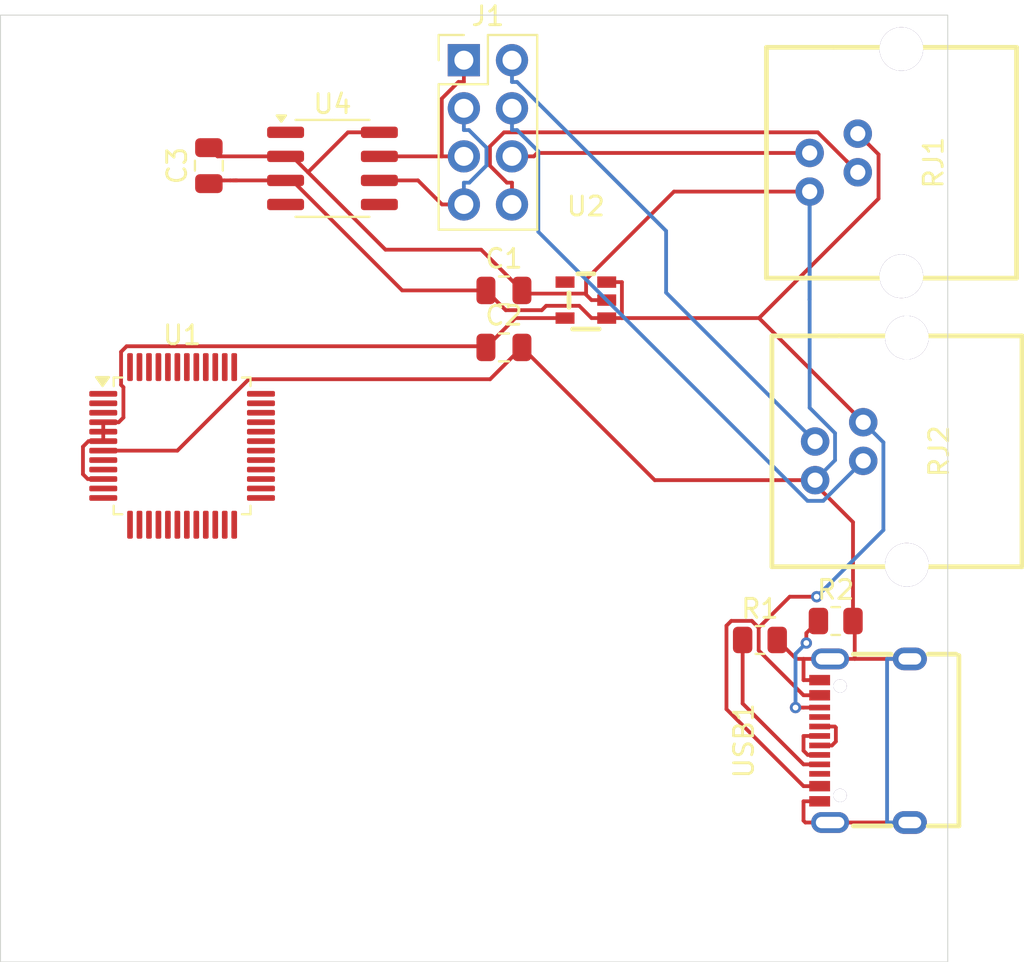
<source format=kicad_pcb>
(kicad_pcb (version 20240108) (generator "pcbnew") (generator_version "8.0")
  (layers (0 "F.Cu" signal) (31 "B.Cu" signal) (34 "B.Paste" user) (35 "F.Paste" user) (36 "B.SilkS" user "B.Silkscreen") (37 "F.SilkS" user "F.Silkscreen") (38 "B.Mask" user) (39 "F.Mask" user) (44 "Edge.Cuts" user))
  (net 0 "")
  (net 44 "+5V")
  (net 45 "GND")
  (net 46 "+3V3")
  (net 49 "/CAN_L")
  (net 50 "/CAN_H")
  (net 53 "/BUS.1B")
  (net 54 "/BUS.1A")
  (net 55 "/BUS.2B")
  (net 56 "/BUS.2A")
  (net 57 "Net-(USB1-CC1)")
  (net 58 "Net-(USB1-CC2)")
  (net 59 "/d-")
  (net 62 "/d+")
  (footprint "Resistor_SMD:R_0805_2012Metric" (layer "F.Cu") (at 179.0875 77)
    (property "Reference" "R2" (at 0 -1.65 0) (layer "F.SilkS"))
    (property "Value" "5k1")
    (fp_line (start -0.227064 -0.735) (end 0.227064 -0.735) (stroke (width 0.12)) (layer "F.SilkS"))
    (fp_line (start -0.227064 0.735) (end 0.227064 0.735) (stroke (width 0.12)) (layer "F.SilkS"))
    (pad "1" smd roundrect (at -0.9125 0) (size 1.025 1.4) (layers "F.Cu" "F.Paste" "F.Mask") (roundrect_rratio 0.243902) (net 58 "Net-(USB1-CC2)"))
    (pad "2" smd roundrect (at 0.9125 0) (size 1.025 1.4) (layers "F.Cu" "F.Paste" "F.Mask") (roundrect_rratio 0.243902) (net 45 "GND"))
  )
  (footprint "Resistor_SMD:R_0805_2012Metric" (layer "F.Cu") (at 175.0875 78)
    (property "Reference" "R1" (at 0 -1.65 0) (layer "F.SilkS"))
    (property "Value" "5k1")
    (fp_line (start -0.227064 -0.735) (end 0.227064 -0.735) (stroke (width 0.12)) (layer "F.SilkS"))
    (fp_line (start -0.227064 0.735) (end 0.227064 0.735) (stroke (width 0.12)) (layer "F.SilkS"))
    (pad "1" smd roundrect (at -0.9125 0) (size 1.025 1.4) (layers "F.Cu" "F.Paste" "F.Mask") (roundrect_rratio 0.243902) (net 57 "Net-(USB1-CC1)"))
    (pad "2" smd roundrect (at 0.9125 0) (size 1.025 1.4) (layers "F.Cu" "F.Paste" "F.Mask") (roundrect_rratio 0.243902) (net 45 "GND"))
  )
  (footprint "Connector_PinHeader_2.54mm:PinHeader_2x04_P2.54mm_Vertical" (layer "F.Cu") (at 159.46 47.38)
    (property "Reference" "J1" (at 1.27 -2.33 0) (layer "F.SilkS"))
    (property "Value" "Conn_02x04_Odd_Even")
    (fp_line (start -1.33 -1.33) (end 0 -1.33) (stroke (width 0.12)) (layer "F.SilkS"))
    (fp_line (start -1.33 0) (end -1.33 -1.33) (stroke (width 0.12)) (layer "F.SilkS"))
    (fp_line (start -1.33 1.27) (end -1.33 8.95) (stroke (width 0.12)) (layer "F.SilkS"))
    (fp_line (start -1.33 1.27) (end 1.27 1.27) (stroke (width 0.12)) (layer "F.SilkS"))
    (fp_line (start -1.33 8.95) (end 3.87 8.95) (stroke (width 0.12)) (layer "F.SilkS"))
    (fp_line (start 1.27 -1.33) (end 3.87 -1.33) (stroke (width 0.12)) (layer "F.SilkS"))
    (fp_line (start 1.27 1.27) (end 1.27 -1.33) (stroke (width 0.12)) (layer "F.SilkS"))
    (fp_line (start 3.87 -1.33) (end 3.87 8.95) (stroke (width 0.12)) (layer "F.SilkS"))
    (pad "1" thru_hole rect (at 0 0) (size 1.7 1.7) (drill 1) (layers "*.Cu" "*.Mask") (net 50 "/CAN_H"))
    (pad "2" thru_hole oval (at 2.54 0) (size 1.7 1.7) (drill 1) (layers "*.Cu" "*.Mask") (net 54 "/BUS.1A"))
    (pad "3" thru_hole oval (at 0 2.54) (size 1.7 1.7) (drill 1) (layers "*.Cu" "*.Mask") (net 49 "/CAN_L"))
    (pad "4" thru_hole oval (at 2.54 2.54) (size 1.7 1.7) (drill 1) (layers "*.Cu" "*.Mask") (net 53 "/BUS.1B"))
    (pad "5" thru_hole oval (at 0 5.08) (size 1.7 1.7) (drill 1) (layers "*.Cu" "*.Mask") (net 50 "/CAN_H"))
    (pad "6" thru_hole oval (at 2.54 5.08) (size 1.7 1.7) (drill 1) (layers "*.Cu" "*.Mask") (net 56 "/BUS.2A"))
    (pad "7" thru_hole oval (at 0 7.62) (size 1.7 1.7) (drill 1) (layers "*.Cu" "*.Mask") (net 49 "/CAN_L"))
    (pad "8" thru_hole oval (at 2.54 7.62) (size 1.7 1.7) (drill 1) (layers "*.Cu" "*.Mask") (net 55 "/BUS.2B"))
  )
  (footprint "Package_QFP:LQFP-48_7x7mm_P0.5mm" (layer "F.Cu") (at 144.5875 67.75)
    (property "Reference" "U1" (at 0 -5.85 0) (layer "F.SilkS"))
    (property "Value" "STM32G0B0CETx")
    (fp_line (start -3.61 -3.61) (end -3.61 -3.16) (stroke (width 0.12)) (layer "F.SilkS"))
    (fp_line (start -3.61 3.61) (end -3.61 3.16) (stroke (width 0.12)) (layer "F.SilkS"))
    (fp_line (start -3.16 -3.61) (end -3.61 -3.61) (stroke (width 0.12)) (layer "F.SilkS"))
    (fp_line (start -3.16 3.61) (end -3.61 3.61) (stroke (width 0.12)) (layer "F.SilkS"))
    (fp_line (start 3.16 -3.61) (end 3.61 -3.61) (stroke (width 0.12)) (layer "F.SilkS"))
    (fp_line (start 3.16 3.61) (end 3.61 3.61) (stroke (width 0.12)) (layer "F.SilkS"))
    (fp_line (start 3.61 -3.61) (end 3.61 -3.16) (stroke (width 0.12)) (layer "F.SilkS"))
    (fp_line (start 3.61 3.61) (end 3.61 3.16) (stroke (width 0.12)) (layer "F.SilkS"))
    (fp_poly (pts (xy -4.2 -3.16) (xy -4.54 -3.63) (xy -3.86 -3.63) (xy -4.2 -3.16)) (stroke (width 0.12)) (fill solid) (layer "F.SilkS"))
    (pad "1" smd roundrect (at -4.1625 -2.75) (size 1.475 0.3) (layers "F.Cu" "F.Paste" "F.Mask"))
    (pad "2" smd roundrect (at -4.1625 -2.25) (size 1.475 0.3) (layers "F.Cu" "F.Paste" "F.Mask"))
    (pad "3" smd roundrect (at -4.1625 -1.75) (size 1.475 0.3) (layers "F.Cu" "F.Paste" "F.Mask"))
    (pad "4" smd roundrect (at -4.1625 -1.25) (size 1.475 0.3) (layers "F.Cu" "F.Paste" "F.Mask") (net 46 "+3V3"))
    (pad "5" smd roundrect (at -4.1625 -0.75) (size 1.475 0.3) (layers "F.Cu" "F.Paste" "F.Mask") (net 46 "+3V3"))
    (pad "6" smd roundrect (at -4.1625 -0.25) (size 1.475 0.3) (layers "F.Cu" "F.Paste" "F.Mask") (net 46 "+3V3"))
    (pad "7" smd roundrect (at -4.1625 0.25) (size 1.475 0.3) (layers "F.Cu" "F.Paste" "F.Mask") (net 45 "GND"))
    (pad "8" smd roundrect (at -4.1625 0.75) (size 1.475 0.3) (layers "F.Cu" "F.Paste" "F.Mask"))
    (pad "9" smd roundrect (at -4.1625 1.25) (size 1.475 0.3) (layers "F.Cu" "F.Paste" "F.Mask"))
    (pad "10" smd roundrect (at -4.1625 1.75) (size 1.475 0.3) (layers "F.Cu" "F.Paste" "F.Mask") (net 46 "+3V3"))
    (pad "11" smd roundrect (at -4.1625 2.25) (size 1.475 0.3) (layers "F.Cu" "F.Paste" "F.Mask"))
    (pad "12" smd roundrect (at -4.1625 2.75) (size 1.475 0.3) (layers "F.Cu" "F.Paste" "F.Mask"))
    (pad "13" smd roundrect (at -2.75 4.1625) (size 0.3 1.475) (layers "F.Cu" "F.Paste" "F.Mask"))
    (pad "14" smd roundrect (at -2.25 4.1625) (size 0.3 1.475) (layers "F.Cu" "F.Paste" "F.Mask"))
    (pad "15" smd roundrect (at -1.75 4.1625) (size 0.3 1.475) (layers "F.Cu" "F.Paste" "F.Mask"))
    (pad "16" smd roundrect (at -1.25 4.1625) (size 0.3 1.475) (layers "F.Cu" "F.Paste" "F.Mask"))
    (pad "17" smd roundrect (at -0.75 4.1625) (size 0.3 1.475) (layers "F.Cu" "F.Paste" "F.Mask"))
    (pad "18" smd roundrect (at -0.25 4.1625) (size 0.3 1.475) (layers "F.Cu" "F.Paste" "F.Mask"))
    (pad "19" smd roundrect (at 0.25 4.1625) (size 0.3 1.475) (layers "F.Cu" "F.Paste" "F.Mask"))
    (pad "20" smd roundrect (at 0.75 4.1625) (size 0.3 1.475) (layers "F.Cu" "F.Paste" "F.Mask"))
    (pad "21" smd roundrect (at 1.25 4.1625) (size 0.3 1.475) (layers "F.Cu" "F.Paste" "F.Mask"))
    (pad "22" smd roundrect (at 1.75 4.1625) (size 0.3 1.475) (layers "F.Cu" "F.Paste" "F.Mask"))
    (pad "23" smd roundrect (at 2.25 4.1625) (size 0.3 1.475) (layers "F.Cu" "F.Paste" "F.Mask"))
    (pad "24" smd roundrect (at 2.75 4.1625) (size 0.3 1.475) (layers "F.Cu" "F.Paste" "F.Mask"))
    (pad "25" smd roundrect (at 4.1625 2.75) (size 1.475 0.3) (layers "F.Cu" "F.Paste" "F.Mask"))
    (pad "26" smd roundrect (at 4.1625 2.25) (size 1.475 0.3) (layers "F.Cu" "F.Paste" "F.Mask"))
    (pad "27" smd roundrect (at 4.1625 1.75) (size 1.475 0.3) (layers "F.Cu" "F.Paste" "F.Mask"))
    (pad "28" smd roundrect (at 4.1625 1.25) (size 1.475 0.3) (layers "F.Cu" "F.Paste" "F.Mask"))
    (pad "29" smd roundrect (at 4.1625 0.75) (size 1.475 0.3) (layers "F.Cu" "F.Paste" "F.Mask"))
    (pad "30" smd roundrect (at 4.1625 0.25) (size 1.475 0.3) (layers "F.Cu" "F.Paste" "F.Mask"))
    (pad "31" smd roundrect (at 4.1625 -0.25) (size 1.475 0.3) (layers "F.Cu" "F.Paste" "F.Mask"))
    (pad "32" smd roundrect (at 4.1625 -0.75) (size 1.475 0.3) (layers "F.Cu" "F.Paste" "F.Mask"))
    (pad "33" smd roundrect (at 4.1625 -1.25) (size 1.475 0.3) (layers "F.Cu" "F.Paste" "F.Mask"))
    (pad "34" smd roundrect (at 4.1625 -1.75) (size 1.475 0.3) (layers "F.Cu" "F.Paste" "F.Mask"))
    (pad "35" smd roundrect (at 4.1625 -2.25) (size 1.475 0.3) (layers "F.Cu" "F.Paste" "F.Mask"))
    (pad "36" smd roundrect (at 4.1625 -2.75) (size 1.475 0.3) (layers "F.Cu" "F.Paste" "F.Mask"))
    (pad "37" smd roundrect (at 2.75 -4.1625) (size 0.3 1.475) (layers "F.Cu" "F.Paste" "F.Mask"))
    (pad "38" smd roundrect (at 2.25 -4.1625) (size 0.3 1.475) (layers "F.Cu" "F.Paste" "F.Mask"))
    (pad "39" smd roundrect (at 1.75 -4.1625) (size 0.3 1.475) (layers "F.Cu" "F.Paste" "F.Mask"))
    (pad "40" smd roundrect (at 1.25 -4.1625) (size 0.3 1.475) (layers "F.Cu" "F.Paste" "F.Mask"))
    (pad "41" smd roundrect (at 0.75 -4.1625) (size 0.3 1.475) (layers "F.Cu" "F.Paste" "F.Mask"))
    (pad "42" smd roundrect (at 0.25 -4.1625) (size 0.3 1.475) (layers "F.Cu" "F.Paste" "F.Mask"))
    (pad "43" smd roundrect (at -0.25 -4.1625) (size 0.3 1.475) (layers "F.Cu" "F.Paste" "F.Mask"))
    (pad "44" smd roundrect (at -0.75 -4.1625) (size 0.3 1.475) (layers "F.Cu" "F.Paste" "F.Mask"))
    (pad "45" smd roundrect (at -1.25 -4.1625) (size 0.3 1.475) (layers "F.Cu" "F.Paste" "F.Mask"))
    (pad "46" smd roundrect (at -1.75 -4.1625) (size 0.3 1.475) (layers "F.Cu" "F.Paste" "F.Mask"))
    (pad "47" smd roundrect (at -2.25 -4.1625) (size 0.3 1.475) (layers "F.Cu" "F.Paste" "F.Mask"))
    (pad "48" smd roundrect (at -2.75 -4.1625) (size 0.3 1.475) (layers "F.Cu" "F.Paste" "F.Mask"))
  )
  (footprint "Capacitor_SMD:C_0805_2012Metric" (layer "F.Cu") (at 161.575 59.54)
    (property "Reference" "C1" (at 0 -1.68 0) (layer "F.SilkS"))
    (property "Value" "1uF")
    (fp_line (start -0.261252 -0.735) (end 0.261252 -0.735) (stroke (width 0.12)) (layer "F.SilkS"))
    (fp_line (start -0.261252 0.735) (end 0.261252 0.735) (stroke (width 0.12)) (layer "F.SilkS"))
    (pad "1" smd roundrect (at -0.95 0) (size 1 1.45) (layers "F.Cu" "F.Paste" "F.Mask") (net 44 "+5V"))
    (pad "2" smd roundrect (at 0.95 0) (size 1 1.45) (layers "F.Cu" "F.Paste" "F.Mask") (net 45 "GND"))
  )
  (footprint "Capacitor_SMD:C_0805_2012Metric" (layer "F.Cu") (at 146 52.95 90)
    (property "Reference" "C3" (at 0 -1.68 90) (layer "F.SilkS"))
    (property "Value" "47uF")
    (fp_line (start -0.261252 -0.735) (end 0.261252 -0.735) (stroke (width 0.12)) (layer "F.SilkS"))
    (fp_line (start -0.261252 0.735) (end 0.261252 0.735) (stroke (width 0.12)) (layer "F.SilkS"))
    (pad "1" smd roundrect (at -0.95 0 90) (size 1 1.45) (layers "F.Cu" "F.Paste" "F.Mask") (net 44 "+5V"))
    (pad "2" smd roundrect (at 0.95 0 90) (size 1 1.45) (layers "F.Cu" "F.Paste" "F.Mask") (net 45 "GND"))
  )
  (footprint "lcsc:SOT-23-5_L2.9-W1.6-P0.95-LS2.8-BR" (layer "F.Cu") (at 165.9 60.05)
    (property "Reference" "U2" (at 0 -4.95 0) (layer "F.SilkS"))
    (property "Value" "WR0332-33A50R")
    (fp_line (start -0.89 0.38) (end -0.89 -0.38) (stroke (width 0.25)) (layer "F.SilkS"))
    (fp_line (start -0.7 1.53) (end 0.7 1.53) (stroke (width 0.25)) (layer "F.SilkS"))
    (fp_line (start -0.42 -1.39) (end 0.42 -1.39) (stroke (width 0.25)) (layer "F.SilkS"))
    (pad "1" smd rect (at 1.1 0.95 90) (size 0.6 1) (layers "F.Cu" "F.Paste" "F.Mask") (net 44 "+5V"))
    (pad "2" smd rect (at 1.1 0 90) (size 0.6 1) (layers "F.Cu" "F.Paste" "F.Mask") (net 45 "GND"))
    (pad "3" smd rect (at 1.1 -0.95 90) (size 0.6 1) (layers "F.Cu" "F.Paste" "F.Mask") (net 44 "+5V"))
    (pad "4" smd rect (at -1.1 -0.95 90) (size 0.6 1) (layers "F.Cu" "F.Paste" "F.Mask"))
    (pad "5" smd rect (at -1.1 0.95 90) (size 0.6 1) (layers "F.Cu" "F.Paste" "F.Mask") (net 46 "+3V3"))
  )
  (footprint "Capacitor_SMD:C_0805_2012Metric" (layer "F.Cu") (at 161.575 62.55)
    (property "Reference" "C2" (at 0 -1.68 0) (layer "F.SilkS"))
    (property "Value" "1uF")
    (fp_line (start -0.261252 -0.735) (end 0.261252 -0.735) (stroke (width 0.12)) (layer "F.SilkS"))
    (fp_line (start -0.261252 0.735) (end 0.261252 0.735) (stroke (width 0.12)) (layer "F.SilkS"))
    (pad "1" smd roundrect (at -0.95 0) (size 1 1.45) (layers "F.Cu" "F.Paste" "F.Mask") (net 46 "+3V3"))
    (pad "2" smd roundrect (at 0.95 0) (size 1 1.45) (layers "F.Cu" "F.Paste" "F.Mask") (net 45 "GND"))
  )
  (footprint "Package_SO:SOIC-8_3.9x4.9mm_P1.27mm" (layer "F.Cu") (at 152.525 53.095)
    (property "Reference" "U4" (at 0 -3.4 0) (layer "F.SilkS"))
    (property "Value" "TJA1051T")
    (fp_line (start 0 -2.56) (end -1.95 -2.56) (stroke (width 0.12)) (layer "F.SilkS"))
    (fp_line (start 0 -2.56) (end 1.95 -2.56) (stroke (width 0.12)) (layer "F.SilkS"))
    (fp_line (start 0 2.56) (end -1.95 2.56) (stroke (width 0.12)) (layer "F.SilkS"))
    (fp_line (start 0 2.56) (end 1.95 2.56) (stroke (width 0.12)) (layer "F.SilkS"))
    (fp_poly (pts (xy -2.7 -2.465) (xy -2.94 -2.795) (xy -2.46 -2.795) (xy -2.7 -2.465)) (stroke (width 0.12)) (fill solid) (layer "F.SilkS"))
    (pad "1" smd roundrect (at -2.475 -1.905) (size 1.95 0.6) (layers "F.Cu" "F.Paste" "F.Mask"))
    (pad "2" smd roundrect (at -2.475 -0.635) (size 1.95 0.6) (layers "F.Cu" "F.Paste" "F.Mask") (net 45 "GND"))
    (pad "3" smd roundrect (at -2.475 0.635) (size 1.95 0.6) (layers "F.Cu" "F.Paste" "F.Mask") (net 44 "+5V"))
    (pad "4" smd roundrect (at -2.475 1.905) (size 1.95 0.6) (layers "F.Cu" "F.Paste" "F.Mask"))
    (pad "5" smd roundrect (at 2.475 1.905) (size 1.95 0.6) (layers "F.Cu" "F.Paste" "F.Mask"))
    (pad "6" smd roundrect (at 2.475 0.635) (size 1.95 0.6) (layers "F.Cu" "F.Paste" "F.Mask") (net 49 "/CAN_L"))
    (pad "7" smd roundrect (at 2.475 -0.635) (size 1.95 0.6) (layers "F.Cu" "F.Paste" "F.Mask") (net 50 "/CAN_H"))
    (pad "8" smd roundrect (at 2.475 -1.905) (size 1.95 0.6) (layers "F.Cu" "F.Paste" "F.Mask") (net 45 "GND"))
  )
  (footprint "lcsc:USB-C-SMD_TYPE-C-6PIN-2MD-073" (layer "F.Cu") (at 180.62 83.32 90)
    (property "Reference" "USB1" (at 0 -6.38 90) (layer "F.SilkS"))
    (property "Value" "TYPE-C 16PIN 2MD(073)")
    (fp_line (start 4.57 1.39) (end 4.57 -0.6) (stroke (width 0.25)) (layer "F.SilkS"))
    (fp_line (start -4.5 1.39) (end -4.5 -0.6) (stroke (width 0.25)) (layer "F.SilkS"))
    (fp_line (start 4.57 4.82) (end 4.57 3.35) (stroke (width 0.25)) (layer "F.SilkS"))
    (fp_line (start 4.5 4.97) (end -4.5 4.97) (stroke (width 0.25)) (layer "F.SilkS"))
    (fp_line (start -4.5 4.97) (end -4.5 3.35) (stroke (width 0.25)) (layer "F.SilkS"))
    (pad "" thru_hole circle (at -2.89 -1.3 90) (size 0.7 0.7) (drill 0.7) (layers "*.Cu" "*.Mask"))
    (pad "" thru_hole circle (at 2.89 -1.3 90) (size 0.7 0.7) (drill 0.7) (layers "*.Cu" "*.Mask"))
    (pad "1" smd rect (at -3.2 -2.38 90) (size 0.55 1.1) (layers "F.Cu" "F.Paste" "F.Mask") (net 45 "GND"))
    (pad "2" smd rect (at -2.4 -2.38 90) (size 0.55 1.1) (layers "F.Cu" "F.Paste" "F.Mask") (net 44 "+5V"))
    (pad "3" smd rect (at -1.75 -2.38 90) (size 0.3 1.1) (layers "F.Cu" "F.Paste" "F.Mask"))
    (pad "4" smd rect (at -1.25 -2.38 90) (size 0.3 1.1) (layers "F.Cu" "F.Paste" "F.Mask") (net 57 "Net-(USB1-CC1)"))
    (pad "5" smd rect (at -0.75 -2.38 90) (size 0.3 1.1) (layers "F.Cu" "F.Paste" "F.Mask") (net 59 "/d-"))
    (pad "6" smd rect (at -0.25 -2.38 90) (size 0.3 1.1) (layers "F.Cu" "F.Paste" "F.Mask") (net 62 "/d+"))
    (pad "7" smd rect (at 0.25 -2.38 90) (size 0.3 1.1) (layers "F.Cu" "F.Paste" "F.Mask") (net 59 "/d-"))
    (pad "8" smd rect (at 0.75 -2.38 90) (size 0.3 1.1) (layers "F.Cu" "F.Paste" "F.Mask") (net 62 "/d+"))
    (pad "9" smd rect (at 1.25 -2.38 90) (size 0.3 1.1) (layers "F.Cu" "F.Paste" "F.Mask"))
    (pad "10" smd rect (at 1.75 -2.38 90) (size 0.3 1.1) (layers "F.Cu" "F.Paste" "F.Mask") (net 58 "Net-(USB1-CC2)"))
    (pad "11" smd rect (at 2.4 -2.38 90) (size 0.55 1.1) (layers "F.Cu" "F.Paste" "F.Mask") (net 44 "+5V"))
    (pad "12" smd rect (at 3.2 -2.38 90) (size 0.55 1.1) (layers "F.Cu" "F.Paste" "F.Mask") (net 45 "GND"))
    (pad "13" thru_hole oval (at -4.32 -1.83 90) (size 1.1 2) (drill oval 0.599999 1.499997) (layers "*.Cu" "*.Mask") (net 45 "GND"))
    (pad "13" thru_hole oval (at -4.32 2.38 90) (size 1.2 1.8) (drill oval 0.599999 1.199998) (layers "*.Cu" "*.Mask") (net 45 "GND"))
    (pad "14" thru_hole oval (at 4.32 -1.83 90) (size 1.1 2) (drill oval 0.599999 1.500022) (layers "*.Cu" "*.Mask") (net 45 "GND"))
    (pad "14" thru_hole oval (at 4.32 2.38 90) (size 1.2 1.8) (drill oval 0.599999 1.199998) (layers "*.Cu" "*.Mask") (net 45 "GND"))
  )
  (footprint "lcsc:RJ11-TH_PCB-6P4C-90" (layer "F.Cu") (at 178.9825 52.79 -90)
    (property "Reference" "RJ1" (at 0 -5.27 90) (layer "F.SilkS"))
    (property "Value" "PCB-6P4C-90")
    (fp_line (start -6.09 3.55) (end -6.09 0) (stroke (width 0.25)) (layer "F.SilkS"))
    (fp_line (start 6.1 3.55) (end -6.09 3.55) (stroke (width 0.25)) (layer "F.SilkS"))
    (fp_line (start -6.09 0) (end -6.09 -9.65) (stroke (width 0.25)) (layer "F.SilkS"))
    (fp_line (start -6.09 -9.65) (end 6.1 -9.65) (stroke (width 0.25)) (layer "F.SilkS"))
    (fp_line (start 6.1 -9.65) (end 6.1 3.55) (stroke (width 0.25)) (layer "F.SilkS"))
    (pad "" thru_hole circle (at -6 -3.57 270) (size 2.3 2.3) (drill 2.3) (layers "*.Cu" "*.Mask"))
    (pad "" thru_hole circle (at 6 -3.57 270) (size 2.3 2.3) (drill 2.3) (layers "*.Cu" "*.Mask"))
    (pad "1" thru_hole circle (at 1.53 1.27 270) (size 1.5 1.5) (drill 0.799998) (layers "*.Cu" "*.Mask") (net 45 "GND"))
    (pad "2" thru_hole circle (at 0.51 -1.27 270) (size 1.5 1.5) (drill 0.799998) (layers "*.Cu" "*.Mask") (net 55 "/BUS.2B"))
    (pad "3" thru_hole circle (at -0.51 1.27 270) (size 1.5 1.5) (drill 0.799998) (layers "*.Cu" "*.Mask") (net 56 "/BUS.2A"))
    (pad "4" thru_hole circle (at -1.53 -1.27 270) (size 1.5 1.5) (drill 0.799998) (layers "*.Cu" "*.Mask") (net 44 "+5V"))
  )
  (footprint "lcsc:RJ11-TH_PCB-6P4C-90" (layer "F.Cu") (at 179.27 68.03 -90)
    (property "Reference" "RJ2" (at 0 -5.27 90) (layer "F.SilkS"))
    (property "Value" "PCB-6P4C-90")
    (fp_line (start -6.09 3.55) (end -6.09 0) (stroke (width 0.25)) (layer "F.SilkS"))
    (fp_line (start 6.1 3.55) (end -6.09 3.55) (stroke (width 0.25)) (layer "F.SilkS"))
    (fp_line (start -6.09 0) (end -6.09 -9.65) (stroke (width 0.25)) (layer "F.SilkS"))
    (fp_line (start -6.09 -9.65) (end 6.1 -9.65) (stroke (width 0.25)) (layer "F.SilkS"))
    (fp_line (start 6.1 -9.65) (end 6.1 3.55) (stroke (width 0.25)) (layer "F.SilkS"))
    (pad "" thru_hole circle (at -6 -3.57 270) (size 2.3 2.3) (drill 2.3) (layers "*.Cu" "*.Mask"))
    (pad "" thru_hole circle (at 6 -3.57 270) (size 2.3 2.3) (drill 2.3) (layers "*.Cu" "*.Mask"))
    (pad "1" thru_hole circle (at 1.53 1.27 270) (size 1.5 1.5) (drill 0.799998) (layers "*.Cu" "*.Mask") (net 45 "GND"))
    (pad "2" thru_hole circle (at 0.51 -1.27 270) (size 1.5 1.5) (drill 0.799998) (layers "*.Cu" "*.Mask") (net 53 "/BUS.1B"))
    (pad "3" thru_hole circle (at -0.51 1.27 270) (size 1.5 1.5) (drill 0.799998) (layers "*.Cu" "*.Mask") (net 54 "/BUS.1A"))
    (pad "4" thru_hole circle (at -1.53 -1.27 270) (size 1.5 1.5) (drill 0.799998) (layers "*.Cu" "*.Mask") (net 44 "+5V"))
  )
  (gr_rect (start 135 45) (end 185 95) (stroke (width 0.05)) (fill none) (layer "Edge.Cuts"))
  (segment (start 181.349 54.6913) (end 175.04 61) (width 0.2) (layer "F.Cu") (net 44))
  (segment (start 175.04 61) (end 167.802 61) (width 0.2) (layer "F.Cu") (net 44))
  (segment (start 161.668 60.583) (end 161.0722 59.9872) (width 0.2) (layer "F.Cu") (net 44))
  (segment (start 150.395552 53.73) (end 150.05 53.73) (width 0.2) (layer "F.Cu") (net 44))
  (segment (start 165.55 60.3518) (end 163.804 60.3518) (width 0.2) (layer "F.Cu") (net 44))
  (segment (start 160.6809 59.5959) (end 160.625 59.54) (width 0.2) (layer "F.Cu") (net 44))
  (segment (start 174.6612 76.9922) (end 173.5756 76.9922) (width 0.2) (layer "F.Cu") (net 44))
  (segment (start 180.2525 51.2601) (end 180.2525 51.26) (width 0.2) (layer "F.Cu") (net 44))
  (segment (start 167 61) (end 166.198 61) (width 0.2) (layer "F.Cu") (net 44))
  (segment (start 175.0221 77.3531) (end 174.6612 76.9922) (width 0.2) (layer "F.Cu") (net 44))
  (segment (start 178.24 80.92) (end 177.3883 80.92) (width 0.2) (layer "F.Cu") (net 44))
  (segment (start 146.8103 53.73) (end 146.17 53.73) (width 0.2) (layer "F.Cu") (net 44))
  (segment (start 163.804 60.3518) (end 163.573 60.583) (width 0.2) (layer "F.Cu") (net 44))
  (segment (start 147.45 53.73) (end 147.4494 53.73) (width 0.2) (layer "F.Cu") (net 44))
  (segment (start 147.4494 53.73) (end 147.4481 53.73) (width 0.2) (layer "F.Cu") (net 44))
  (segment (start 173.321 81.6527) (end 177.3883 85.72) (width 0.2) (layer "F.Cu") (net 44))
  (segment (start 167.802 59.1) (end 167 59.1) (width 0.2) (layer "F.Cu") (net 44))
  (segment (start 180.252 51.26) (end 180.8005 51.8081) (width 0.2) (layer "F.Cu") (net 44))
  (segment (start 173.5756 76.9922) (end 173.321 77.2468) (width 0.2) (layer "F.Cu") (net 44))
  (segment (start 147.2906 53.73) (end 147.1305 53.73) (width 0.2) (layer "F.Cu") (net 44))
  (segment (start 156.205552 59.54) (end 150.395552 53.73) (width 0.2) (layer "F.Cu") (net 44))
  (segment (start 177.3883 80.92) (end 175.0221 78.5538) (width 0.2) (layer "F.Cu") (net 44))
  (segment (start 160.7368 59.6518) (end 160.6809 59.5959) (width 0.2) (layer "F.Cu") (net 44))
  (segment (start 160.625 59.54) (end 156.205552 59.54) (width 0.2) (layer "F.Cu") (net 44))
  (segment (start 175.0221 78.5538) (end 175.0221 77.3531) (width 0.2) (layer "F.Cu") (net 44))
  (segment (start 167.802 61) (end 167 61) (width 0.2) (layer "F.Cu") (net 44))
  (segment (start 147.4505 53.73) (end 147.4503 53.73) (width 0.2) (layer "F.Cu") (net 44))
  (segment (start 163.573 60.583) (end 161.668 60.583) (width 0.2) (layer "F.Cu") (net 44))
  (segment (start 178.24 85.72) (end 177.3883 85.72) (width 0.2) (layer "F.Cu") (net 44))
  (segment (start 147.4106 53.73) (end 147.3706 53.73) (width 0.2) (layer "F.Cu") (net 44))
  (segment (start 147.4406 53.73) (end 147.4306 53.73) (width 0.2) (layer "F.Cu") (net 44))
  (segment (start 147.1305 53.73) (end 146.8103 53.73) (width 0.2) (layer "F.Cu") (net 44))
  (segment (start 167.802 61) (end 167.802 59.1) (width 0.2) (layer "F.Cu") (net 44))
  (segment (start 147.4506 53.73) (end 147.4505 53.73) (width 0.2) (layer "F.Cu") (net 44))
  (segment (start 150.05 53.73) (end 147.4506 53.73) (width 0.2) (layer "F.Cu") (net 44))
  (segment (start 176.6591 75.7161) (end 178.0834 75.7161) (width 0.2) (layer "F.Cu") (net 44))
  (segment (start 147.3706 53.73) (end 147.2906 53.73) (width 0.2) (layer "F.Cu") (net 44))
  (segment (start 161.0722 59.9872) (end 160.8486 59.7636) (width 0.2) (layer "F.Cu") (net 44))
  (segment (start 147.4503 53.73) (end 147.45 53.73) (width 0.2) (layer "F.Cu") (net 44))
  (segment (start 181.349 52.3562) (end 181.349 54.6913) (width 0.2) (layer "F.Cu") (net 44))
  (segment (start 173.321 77.2468) (end 173.321 81.6527) (width 0.2) (layer "F.Cu") (net 44))
  (segment (start 180.8005 51.8081) (end 180.2525 51.2601) (width 0.2) (layer "F.Cu") (net 44))
  (segment (start 180.8005 51.8081) (end 181.349 52.3562) (width 0.2) (layer "F.Cu") (net 44))
  (segment (start 175.0221 77.3531) (end 176.6591 75.7161) (width 0.2) (layer "F.Cu") (net 44))
  (segment (start 146.17 53.73) (end 146 53.9) (width 0.2) (layer "F.Cu") (net 44))
  (segment (start 147.4306 53.73) (end 147.4106 53.73) (width 0.2) (layer "F.Cu") (net 44))
  (segment (start 147.4456 53.73) (end 147.4406 53.73) (width 0.2) (layer "F.Cu") (net 44))
  (segment (start 166.198 61) (end 165.55 60.3518) (width 0.2) (layer "F.Cu") (net 44))
  (segment (start 180.54 66.5) (end 175.04 61) (width 0.2) (layer "F.Cu") (net 44))
  (segment (start 160.8486 59.7636) (end 160.7368 59.6518) (width 0.2) (layer "F.Cu") (net 44))
  (segment (start 147.4481 53.73) (end 147.4456 53.73) (width 0.2) (layer "F.Cu") (net 44))
  (via (at 178.0834 75.7161) (size 0.6) (drill 0.3) (layers "F.Cu" "B.Cu") (net 44))
  (segment (start 181.6046 72.1949) (end 181.6046 67.5646) (width 0.2) (layer "B.Cu") (net 44))
  (segment (start 181.6046 67.5646) (end 180.54 66.5) (width 0.2) (layer "B.Cu") (net 44))
  (segment (start 178.0834 75.7161) (end 181.6046 72.1949) (width 0.2) (layer "B.Cu") (net 44))
  (segment (start 178.24 86.52) (end 177.3883 86.52) (width 0.2) (layer "F.Cu") (net 45))
  (segment (start 177.712 54.32) (end 177.7125 54.32) (width 0.2) (layer "F.Cu") (net 45))
  (segment (start 178 69.56) (end 177.7808 69.56) (width 0.2) (layer "F.Cu") (net 45))
  (segment (start 180 77) (end 180.0917 77.0917) (width 0.2) (layer "F.Cu") (net 45))
  (segment (start 162.692 59.7072) (end 165.911 59.7072) (width 0.2) (layer "F.Cu") (net 45))
  (segment (start 148.108 64.2291) (end 160.846 64.2291) (width 0.2) (layer "F.Cu") (net 45))
  (segment (start 169.535 69.56) (end 162.525 62.55) (width 0.2) (layer "F.Cu") (net 45))
  (segment (start 160.372 57.3874) (end 162.525 59.54) (width 0.2) (layer "F.Cu") (net 45))
  (segment (start 150.05 52.46) (end 150.395 52.46) (width 0.2) (layer "F.Cu") (net 45))
  (segment (start 183 79) (end 180.0917 79) (width 0.2) (layer "F.Cu") (net 45))
  (segment (start 177.3883 79) (end 177.3883 80.12) (width 0.2) (layer "F.Cu") (net 45))
  (segment (start 150.05 52.46) (end 146.46 52.46) (width 0.2) (layer "F.Cu") (net 45))
  (segment (start 140.425 68) (end 144.338 68) (width 0.2) (layer "F.Cu") (net 45))
  (segment (start 178.24 80.12) (end 177.3883 80.12) (width 0.2) (layer "F.Cu") (net 45))
  (segment (start 177.4883 87.64) (end 177.3883 87.54) (width 0.2) (layer "F.Cu") (net 45))
  (segment (start 177.7808 69.56) (end 169.535 69.56) (width 0.2) (layer "F.Cu") (net 45))
  (segment (start 166.198 60.05) (end 165.911 59.7629) (width 0.2) (layer "F.Cu") (net 45))
  (segment (start 180.0917 77.0917) (end 180.0917 79) (width 0.2) (layer "F.Cu") (net 45))
  (segment (start 155 51.19) (end 153.3429 51.19) (width 0.2) (layer "F.Cu") (net 45))
  (segment (start 146.46 52.46) (end 146 52) (width 0.2) (layer "F.Cu") (net 45))
  (segment (start 153.3429 51.19) (end 151.2339 53.299) (width 0.2) (layer "F.Cu") (net 45))
  (segment (start 165.911 59.7629) (end 165.911 59.7072) (width 0.2) (layer "F.Cu") (net 45))
  (segment (start 180 77) (end 180 71.7792) (width 0.2) (layer "F.Cu") (net 45))
  (segment (start 155.322 57.3874) (end 160.372 57.3874) (width 0.2) (layer "F.Cu") (net 45))
  (segment (start 151.2339 53.299) (end 155.322 57.3874) (width 0.2) (layer "F.Cu") (net 45))
  (segment (start 167 60.05) (end 166.198 60.05) (width 0.2) (layer "F.Cu") (net 45))
  (segment (start 180 71.7792) (end 177.7808 69.56) (width 0.2) (layer "F.Cu") (net 45))
  (segment (start 177 79) (end 177.3883 79) (width 0.2) (layer "F.Cu") (net 45))
  (segment (start 183 87.64) (end 178.79 87.64) (width 0.2) (layer "F.Cu") (net 45))
  (segment (start 177.3883 79) (end 178.79 79) (width 0.2) (layer "F.Cu") (net 45))
  (segment (start 150.395 52.46) (end 151.2339 53.299) (width 0.2) (layer "F.Cu") (net 45))
  (segment (start 160.846 64.2291) (end 162.525 62.55) (width 0.2) (layer "F.Cu") (net 45))
  (segment (start 178.79 87.64) (end 177.4883 87.64) (width 0.2) (layer "F.Cu") (net 45))
  (segment (start 178.79 79) (end 180.0917 79) (width 0.2) (layer "F.Cu") (net 45))
  (segment (start 177.3883 87.54) (end 177.3883 86.52) (width 0.2) (layer "F.Cu") (net 45))
  (segment (start 144.338 68) (end 148.108 64.2291) (width 0.2) (layer "F.Cu") (net 45))
  (segment (start 162.525 59.54) (end 162.692 59.7072) (width 0.2) (layer "F.Cu") (net 45))
  (segment (start 165.911 58.9599) (end 170.551 54.32) (width 0.2) (layer "F.Cu") (net 45))
  (segment (start 165.911 59.7072) (end 165.911 58.9599) (width 0.2) (layer "F.Cu") (net 45))
  (segment (start 176 78) (end 177 79) (width 0.2) (layer "F.Cu") (net 45))
  (segment (start 170.551 54.32) (end 177.712 54.32) (width 0.2) (layer "F.Cu") (net 45))
  (segment (start 177.712 60.029) (end 177.712 65.7381) (width 0.2) (layer "B.Cu") (net 45))
  (segment (start 179.052 67.0778) (end 179.052 68.5078) (width 0.2) (layer "B.Cu") (net 45))
  (segment (start 177.7125 60.0285) (end 177.7125 54.32) (width 0.2) (layer "B.Cu") (net 45))
  (segment (start 177.712 60.029) (end 177.7125 60.0285) (width 0.2) (layer "B.Cu") (net 45))
  (segment (start 183 87.64) (end 181.7983 87.64) (width 0.2) (layer "B.Cu") (net 45))
  (segment (start 181.7983 79) (end 181.7983 87.64) (width 0.2) (layer "B.Cu") (net 45))
  (segment (start 183 79) (end 181.7983 79) (width 0.2) (layer "B.Cu") (net 45))
  (segment (start 177.712 65.7381) (end 179.052 67.0778) (width 0.2) (layer "B.Cu") (net 45))
  (segment (start 177.712 54.32) (end 177.712 60.029) (width 0.2) (layer "B.Cu") (net 45))
  (segment (start 179.052 68.5078) (end 178 69.56) (width 0.2) (layer "B.Cu") (net 45))
  (segment (start 139.354 67.7919) (end 139.646 67.5) (width 0.2) (layer "F.Cu") (net 46))
  (segment (start 139.608 69.5) (end 139.354 69.2452) (width 0.2) (layer "F.Cu") (net 46))
  (segment (start 140.425 66.5) (end 141.242 66.5) (width 0.2) (layer "F.Cu") (net 46))
  (segment (start 160.563 62.488) (end 160.625 62.55) (width 0.2) (layer "F.Cu") (net 46))
  (segment (start 141.66 62.488) (end 160.563 62.488) (width 0.2) (layer "F.Cu") (net 46))
  (segment (start 141.489 64.6513) (end 141.365 64.5273) (width 0.2) (layer "F.Cu") (net 46))
  (segment (start 139.354 69.2452) (end 139.354 67.7919) (width 0.2) (layer "F.Cu") (net 46))
  (segment (start 141.489 66.2535) (end 141.489 64.6513) (width 0.2) (layer "F.Cu") (net 46))
  (segment (start 140.425 69.5) (end 139.608 69.5) (width 0.2) (layer "F.Cu") (net 46))
  (segment (start 141.365 64.5273) (end 141.365 62.7834) (width 0.2) (layer "F.Cu") (net 46))
  (segment (start 162.175 61) (end 164.8 61) (width 0.2) (layer "F.Cu") (net 46))
  (segment (start 140.425 67) (end 140.425 66.5) (width 0.2) (layer "F.Cu") (net 46))
  (segment (start 141.365 62.7834) (end 141.66 62.488) (width 0.2) (layer "F.Cu") (net 46))
  (segment (start 139.646 67.5) (end 140.425 67.5) (width 0.2) (layer "F.Cu") (net 46))
  (segment (start 160.625 62.55) (end 162.175 61) (width 0.2) (layer "F.Cu") (net 46))
  (segment (start 140.425 67.5) (end 140.425 67) (width 0.2) (layer "F.Cu") (net 46))
  (segment (start 141.242 66.5) (end 141.489 66.2535) (width 0.2) (layer "F.Cu") (net 46))
  (segment (start 159.46 55) (end 158.308 55) (width 0.2) (layer "F.Cu") (net 49))
  (segment (start 157.038 53.73) (end 155 53.73) (width 0.2) (layer "F.Cu") (net 49))
  (segment (start 158.308 55) (end 157.038 53.73) (width 0.2) (layer "F.Cu") (net 49))
  (segment (start 159.748 53.8483) (end 159.46 53.8483) (width 0.2) (layer "B.Cu") (net 49))
  (segment (start 160.651 52.9456) (end 159.748 53.8483) (width 0.2) (layer "B.Cu") (net 49))
  (segment (start 160.651 51.9938) (end 160.651 52.9456) (width 0.2) (layer "B.Cu") (net 49))
  (segment (start 159.46 53.8483) (end 159.46 55) (width 0.2) (layer "B.Cu") (net 49))
  (segment (start 159.46 51.0717) (end 159.728 51.0717) (width 0.2) (layer "B.Cu") (net 49))
  (segment (start 159.728 51.0717) (end 160.651 51.9938) (width 0.2) (layer "B.Cu") (net 49))
  (segment (start 159.46 49.92) (end 159.46 51.0717) (width 0.2) (layer "B.Cu") (net 49))
  (segment (start 159.46 48.5317) (end 159.46 47.38) (width 0.2) (layer "F.Cu") (net 50))
  (segment (start 155 52.46) (end 158.294 52.46) (width 0.2) (layer "F.Cu") (net 50))
  (segment (start 158.294 49.4094) (end 159.172 48.5317) (width 0.2) (layer "F.Cu") (net 50))
  (segment (start 159.172 48.5317) (end 159.46 48.5317) (width 0.2) (layer "F.Cu") (net 50))
  (segment (start 158.294 52.46) (end 158.294 49.4094) (width 0.2) (layer "F.Cu") (net 50))
  (segment (start 158.294 52.46) (end 159.46 52.46) (width 0.2) (layer "F.Cu") (net 50))
  (segment (start 178.426 70.6537) (end 180.54 68.54) (width 0.2) (layer "B.Cu") (net 53))
  (segment (start 162.268 51.0717) (end 163.39 52.193) (width 0.2) (layer "B.Cu") (net 53))
  (segment (start 163.39 56.4435) (end 177.6 70.6537) (width 0.2) (layer "B.Cu") (net 53))
  (segment (start 162 49.92) (end 162 51.0717) (width 0.2) (layer "B.Cu") (net 53))
  (segment (start 163.39 52.193) (end 163.39 56.4435) (width 0.2) (layer "B.Cu") (net 53))
  (segment (start 177.6 70.6537) (end 178.426 70.6537) (width 0.2) (layer "B.Cu") (net 53))
  (segment (start 162 51.0717) (end 162.268 51.0717) (width 0.2) (layer "B.Cu") (net 53))
  (segment (start 162.268 48.5317) (end 170.135 56.3983) (width 0.2) (layer "B.Cu") (net 54))
  (segment (start 162 47.38) (end 162 48.5317) (width 0.2) (layer "B.Cu") (net 54))
  (segment (start 170.135 59.6551) (end 178 67.52) (width 0.2) (layer "B.Cu") (net 54))
  (segment (start 162 48.5317) (end 162.268 48.5317) (width 0.2) (layer "B.Cu") (net 54))
  (segment (start 170.135 56.3983) (end 170.135 59.6551) (width 0.2) (layer "B.Cu") (net 54))
  (segment (start 162 53.8483) (end 161.732 53.8483) (width 0.2) (layer "F.Cu") (net 55))
  (segment (start 160.836 52.9532) (end 160.836 51.9352) (width 0.2) (layer "F.Cu") (net 55))
  (segment (start 161.732 53.8483) (end 160.836 52.9532) (width 0.2) (layer "F.Cu") (net 55))
  (segment (start 179.657 52.705) (end 179.6575 52.705) (width 0.2) (layer "F.Cu") (net 55))
  (segment (start 162 55) (end 162 53.8483) (width 0.2) (layer "F.Cu") (net 55))
  (segment (start 161.582 51.19) (end 178.142 51.19) (width 0.2) (layer "F.Cu") (net 55))
  (segment (start 160.836 51.9352) (end 161.582 51.19) (width 0.2) (layer "F.Cu") (net 55))
  (segment (start 179.6575 52.705) (end 180.2525 53.3) (width 0.2) (layer "F.Cu") (net 55))
  (segment (start 179.657 52.705) (end 180.252 53.3) (width 0.2) (layer "F.Cu") (net 55))
  (segment (start 178.142 51.19) (end 179.657 52.705) (width 0.2) (layer "F.Cu") (net 55))
  (segment (start 162 52.46) (end 163.152 52.46) (width 0.2) (layer "F.Cu") (net 56))
  (segment (start 163.152 52.46) (end 163.332 52.28) (width 0.2) (layer "F.Cu") (net 56))
  (segment (start 163.332 52.28) (end 177.712 52.28) (width 0.2) (layer "F.Cu") (net 56))
  (segment (start 177.712 52.28) (end 177.7125 52.28) (width 0.2) (layer "F.Cu") (net 56))
  (segment (start 178.24 84.57) (end 177.3883 84.57) (width 0.2) (layer "F.Cu") (net 57))
  (segment (start 174.175 78) (end 174.175 81.3567) (width 0.2) (layer "F.Cu") (net 57))
  (segment (start 174.175 81.3567) (end 177.3883 84.57) (width 0.2) (layer "F.Cu") (net 57))
  (segment (start 177.3883 81.57) (end 176.966 81.57) (width 0.2) (layer "F.Cu") (net 58))
  (segment (start 177.5365 77.6385) (end 177.5365 78.1614) (width 0.2) (layer "F.Cu") (net 58))
  (segment (start 178.175 77) (end 177.5365 77.6385) (width 0.2) (layer "F.Cu") (net 58))
  (segment (start 178.24 81.57) (end 177.3883 81.57) (width 0.2) (layer "F.Cu") (net 58))
  (via (at 177.5365 78.1614) (size 0.6) (drill 0.3) (layers "F.Cu" "B.Cu") (net 58))
  (via (at 176.966 81.57) (size 0.6) (drill 0.3) (layers "F.Cu" "B.Cu") (net 58))
  (segment (start 176.966 78.7319) (end 177.5365 78.1614) (width 0.2) (layer "B.Cu") (net 58))
  (segment (start 176.966 81.57) (end 176.966 78.7319) (width 0.2) (layer "B.Cu") (net 58))
  (segment (start 177.6133 84.07) (end 178.24 84.07) (width 0.2) (layer "F.Cu") (net 59))
  (segment (start 177.3883 83.07) (end 177.3883 83.845) (width 0.2) (layer "F.Cu") (net 59))
  (segment (start 177.3883 83.845) (end 177.6133 84.07) (width 0.2) (layer "F.Cu") (net 59))
  (segment (start 178.24 83.07) (end 177.3883 83.07) (width 0.2) (layer "F.Cu") (net 59))
  (segment (start 179.0954 83.3628) (end 178.8882 83.57) (width 0.2) (layer "F.Cu") (net 62))
  (segment (start 178.8882 83.57) (end 178.24 83.57) (width 0.2) (layer "F.Cu") (net 62))
  (segment (start 178.24 82.57) (end 179.04 82.57) (width 0.2) (layer "F.Cu") (net 62))
  (segment (start 179.0954 82.6254) (end 179.0954 83.3628) (width 0.2) (layer "F.Cu") (net 62))
  (segment (start 179.04 82.57) (end 179.0954 82.6254) (width 0.2) (layer "F.Cu") (net 62))
)
</source>
